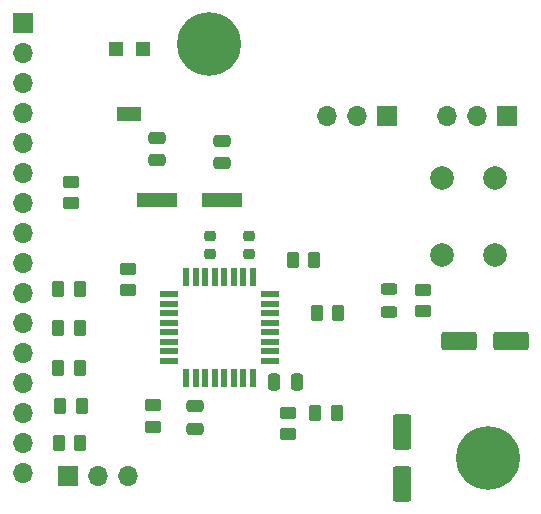
<source format=gts>
G04 #@! TF.GenerationSoftware,KiCad,Pcbnew,(6.0.9)*
G04 #@! TF.CreationDate,2023-01-18T17:06:23+01:00*
G04 #@! TF.ProjectId,mainboard,6d61696e-626f-4617-9264-2e6b69636164,rev?*
G04 #@! TF.SameCoordinates,Original*
G04 #@! TF.FileFunction,Soldermask,Top*
G04 #@! TF.FilePolarity,Negative*
%FSLAX46Y46*%
G04 Gerber Fmt 4.6, Leading zero omitted, Abs format (unit mm)*
G04 Created by KiCad (PCBNEW (6.0.9)) date 2023-01-18 17:06:23*
%MOMM*%
%LPD*%
G01*
G04 APERTURE LIST*
G04 Aperture macros list*
%AMRoundRect*
0 Rectangle with rounded corners*
0 $1 Rounding radius*
0 $2 $3 $4 $5 $6 $7 $8 $9 X,Y pos of 4 corners*
0 Add a 4 corners polygon primitive as box body*
4,1,4,$2,$3,$4,$5,$6,$7,$8,$9,$2,$3,0*
0 Add four circle primitives for the rounded corners*
1,1,$1+$1,$2,$3*
1,1,$1+$1,$4,$5*
1,1,$1+$1,$6,$7*
1,1,$1+$1,$8,$9*
0 Add four rect primitives between the rounded corners*
20,1,$1+$1,$2,$3,$4,$5,0*
20,1,$1+$1,$4,$5,$6,$7,0*
20,1,$1+$1,$6,$7,$8,$9,0*
20,1,$1+$1,$8,$9,$2,$3,0*%
G04 Aperture macros list end*
%ADD10RoundRect,0.250000X-0.475000X0.250000X-0.475000X-0.250000X0.475000X-0.250000X0.475000X0.250000X0*%
%ADD11RoundRect,0.250000X-0.450000X0.262500X-0.450000X-0.262500X0.450000X-0.262500X0.450000X0.262500X0*%
%ADD12C,2.000000*%
%ADD13RoundRect,0.250000X0.450000X-0.262500X0.450000X0.262500X-0.450000X0.262500X-0.450000X-0.262500X0*%
%ADD14C,5.400000*%
%ADD15RoundRect,0.225000X-0.250000X0.225000X-0.250000X-0.225000X0.250000X-0.225000X0.250000X0.225000X0*%
%ADD16RoundRect,0.250000X0.262500X0.450000X-0.262500X0.450000X-0.262500X-0.450000X0.262500X-0.450000X0*%
%ADD17RoundRect,0.250000X-0.250000X-0.475000X0.250000X-0.475000X0.250000X0.475000X-0.250000X0.475000X0*%
%ADD18R,1.700000X1.700000*%
%ADD19O,1.700000X1.700000*%
%ADD20RoundRect,0.250000X-0.550000X1.250000X-0.550000X-1.250000X0.550000X-1.250000X0.550000X1.250000X0*%
%ADD21RoundRect,0.250000X-0.262500X-0.450000X0.262500X-0.450000X0.262500X0.450000X-0.262500X0.450000X0*%
%ADD22RoundRect,0.243750X0.456250X-0.243750X0.456250X0.243750X-0.456250X0.243750X-0.456250X-0.243750X0*%
%ADD23R,3.500000X1.200000*%
%ADD24R,1.300000X1.300000*%
%ADD25R,2.000000X1.300000*%
%ADD26RoundRect,0.250000X-1.250000X-0.550000X1.250000X-0.550000X1.250000X0.550000X-1.250000X0.550000X0*%
%ADD27RoundRect,0.225000X0.250000X-0.225000X0.250000X0.225000X-0.250000X0.225000X-0.250000X-0.225000X0*%
%ADD28R,0.550000X1.600000*%
%ADD29R,1.600000X0.550000*%
G04 APERTURE END LIST*
D10*
X127463065Y-36385411D03*
X127463065Y-38285411D03*
D11*
X133096000Y-59412500D03*
X133096000Y-61237500D03*
D12*
X150586000Y-46049000D03*
X150586000Y-39549000D03*
X146086000Y-39549000D03*
X146086000Y-46049000D03*
D13*
X121666000Y-60602500D03*
X121666000Y-58777500D03*
D14*
X126365000Y-28194000D03*
D15*
X129794000Y-44437000D03*
X129794000Y-45987000D03*
D11*
X114681000Y-39854500D03*
X114681000Y-41679500D03*
D16*
X135278500Y-46482000D03*
X133453500Y-46482000D03*
D17*
X131892000Y-56769000D03*
X133792000Y-56769000D03*
D16*
X137310500Y-50993643D03*
X135485500Y-50993643D03*
D11*
X119507000Y-47220500D03*
X119507000Y-49045500D03*
D10*
X125222000Y-58867000D03*
X125222000Y-60767000D03*
D18*
X114447000Y-64745000D03*
D19*
X116987000Y-64745000D03*
X119527000Y-64745000D03*
D13*
X144526000Y-50823500D03*
X144526000Y-48998500D03*
D16*
X115466500Y-61976000D03*
X113641500Y-61976000D03*
D20*
X142748000Y-61046000D03*
X142748000Y-65446000D03*
D21*
X113618000Y-55626000D03*
X115443000Y-55626000D03*
D22*
X141605000Y-50848500D03*
X141605000Y-48973500D03*
D23*
X121964000Y-41402000D03*
X127464000Y-41402000D03*
D16*
X137183500Y-59436000D03*
X135358500Y-59436000D03*
X115593500Y-58801000D03*
X113768500Y-58801000D03*
D24*
X120784000Y-28619000D03*
D25*
X119634000Y-34119000D03*
D24*
X118484000Y-28619000D03*
D18*
X151623000Y-34245000D03*
D19*
X149083000Y-34245000D03*
X146543000Y-34245000D03*
D10*
X121975548Y-36151899D03*
X121975548Y-38051899D03*
D21*
X113618000Y-52197000D03*
X115443000Y-52197000D03*
D26*
X147533000Y-53340000D03*
X151933000Y-53340000D03*
D14*
X149987000Y-63246000D03*
D18*
X110617000Y-26416000D03*
D19*
X110617000Y-28956000D03*
X110617000Y-31496000D03*
X110617000Y-34036000D03*
X110617000Y-36576000D03*
X110617000Y-39116000D03*
X110617000Y-41656000D03*
X110617000Y-44196000D03*
X110617000Y-46736000D03*
X110617000Y-49276000D03*
X110617000Y-51816000D03*
X110617000Y-54356000D03*
X110617000Y-56896000D03*
X110617000Y-59436000D03*
X110617000Y-61976000D03*
X110617000Y-64516000D03*
D27*
X126492000Y-45987000D03*
X126492000Y-44437000D03*
D28*
X130054000Y-47947000D03*
X129254000Y-47947000D03*
X128454000Y-47947000D03*
X127654000Y-47947000D03*
X126854000Y-47947000D03*
X126054000Y-47947000D03*
X125254000Y-47947000D03*
X124454000Y-47947000D03*
D29*
X123004000Y-49397000D03*
X123004000Y-50197000D03*
X123004000Y-50997000D03*
X123004000Y-51797000D03*
X123004000Y-52597000D03*
X123004000Y-53397000D03*
X123004000Y-54197000D03*
X123004000Y-54997000D03*
D28*
X124454000Y-56447000D03*
X125254000Y-56447000D03*
X126054000Y-56447000D03*
X126854000Y-56447000D03*
X127654000Y-56447000D03*
X128454000Y-56447000D03*
X129254000Y-56447000D03*
X130054000Y-56447000D03*
D29*
X131504000Y-54997000D03*
X131504000Y-54197000D03*
X131504000Y-53397000D03*
X131504000Y-52597000D03*
X131504000Y-51797000D03*
X131504000Y-50997000D03*
X131504000Y-50197000D03*
X131504000Y-49397000D03*
D21*
X113618000Y-48895000D03*
X115443000Y-48895000D03*
D18*
X141463000Y-34245000D03*
D19*
X138923000Y-34245000D03*
X136383000Y-34245000D03*
M02*

</source>
